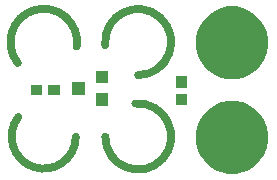
<source format=gts>
%TF.GenerationSoftware,KiCad,Pcbnew,5.0.0-fee4fd1~66~ubuntu16.04.1*%
%TF.CreationDate,2018-09-15T14:44:57-07:00*%
%TF.ProjectId,2x3-Dark-Detector,3278332D4461726B2D4465746563746F,1.0*%
%TF.SameCoordinates,Original*%
%TF.FileFunction,Soldermask,Top*%
%TF.FilePolarity,Negative*%
%FSLAX46Y46*%
G04 Gerber Fmt 4.6, Leading zero omitted, Abs format (unit mm)*
G04 Created by KiCad (PCBNEW 5.0.0-fee4fd1~66~ubuntu16.04.1) date Sat Sep 15 14:44:57 2018*
%MOMM*%
%LPD*%
G01*
G04 APERTURE LIST*
%ADD10C,0.700000*%
%ADD11C,0.350000*%
G04 APERTURE END LIST*
D10*
X90347919Y-36576000D02*
G75*
G02X85471000Y-34925000I-2717919J0D01*
G01*
X85428061Y-30336551D02*
G75*
G02X90424000Y-28956000I2201939J1761551D01*
G01*
X92837000Y-28829000D02*
G75*
G02X95619501Y-31369773I2782501J253227D01*
G01*
X95377773Y-33793499D02*
G75*
G02X92837000Y-36576000I253227J-2782501D01*
G01*
D11*
G36*
X104463796Y-33681517D02*
X105023625Y-33913406D01*
X105023627Y-33913407D01*
X105117603Y-33976200D01*
X105527464Y-34250061D01*
X105955939Y-34678536D01*
X106292594Y-35182375D01*
X106524483Y-35742204D01*
X106642700Y-36336521D01*
X106642700Y-36942479D01*
X106524483Y-37536796D01*
X106292594Y-38096625D01*
X106292593Y-38096627D01*
X105955940Y-38600463D01*
X105527463Y-39028940D01*
X105023627Y-39365593D01*
X105023626Y-39365594D01*
X105023625Y-39365594D01*
X104463796Y-39597483D01*
X103869479Y-39715700D01*
X103263521Y-39715700D01*
X102669204Y-39597483D01*
X102109375Y-39365594D01*
X102109374Y-39365594D01*
X102109373Y-39365593D01*
X101605537Y-39028940D01*
X101177060Y-38600463D01*
X100840407Y-38096627D01*
X100840406Y-38096625D01*
X100608517Y-37536796D01*
X100490300Y-36942479D01*
X100490300Y-36336521D01*
X100608517Y-35742204D01*
X100840406Y-35182375D01*
X101177061Y-34678536D01*
X101605536Y-34250061D01*
X102015397Y-33976200D01*
X102109373Y-33913407D01*
X102109375Y-33913406D01*
X102669204Y-33681517D01*
X103263521Y-33563300D01*
X103869479Y-33563300D01*
X104463796Y-33681517D01*
X104463796Y-33681517D01*
G37*
G36*
X93093960Y-33976200D02*
X92041560Y-33976200D01*
X92041560Y-32923800D01*
X93093960Y-32923800D01*
X93093960Y-33976200D01*
X93093960Y-33976200D01*
G37*
G36*
X99765200Y-33928700D02*
X98862800Y-33928700D01*
X98862800Y-32976300D01*
X99765200Y-32976300D01*
X99765200Y-33928700D01*
X99765200Y-33928700D01*
G37*
G36*
X88971200Y-33090200D02*
X88018800Y-33090200D01*
X88018800Y-32187800D01*
X88971200Y-32187800D01*
X88971200Y-33090200D01*
X88971200Y-33090200D01*
G37*
G36*
X87471200Y-33090200D02*
X86518800Y-33090200D01*
X86518800Y-32187800D01*
X87471200Y-32187800D01*
X87471200Y-33090200D01*
X87471200Y-33090200D01*
G37*
G36*
X91094980Y-33026200D02*
X90042580Y-33026200D01*
X90042580Y-31973800D01*
X91094980Y-31973800D01*
X91094980Y-33026200D01*
X91094980Y-33026200D01*
G37*
G36*
X99765200Y-32428700D02*
X98862800Y-32428700D01*
X98862800Y-31476300D01*
X99765200Y-31476300D01*
X99765200Y-32428700D01*
X99765200Y-32428700D01*
G37*
G36*
X93093960Y-32076200D02*
X92041560Y-32076200D01*
X92041560Y-31023800D01*
X93093960Y-31023800D01*
X93093960Y-32076200D01*
X93093960Y-32076200D01*
G37*
G36*
X104463796Y-25681517D02*
X105023625Y-25913406D01*
X105023627Y-25913407D01*
X105527463Y-26250060D01*
X105955939Y-26678536D01*
X106292594Y-27182375D01*
X106524483Y-27742204D01*
X106642700Y-28336521D01*
X106642700Y-28942479D01*
X106524483Y-29536796D01*
X106292594Y-30096625D01*
X106292593Y-30096627D01*
X105955940Y-30600463D01*
X105527463Y-31028940D01*
X105023627Y-31365593D01*
X105023626Y-31365594D01*
X105023625Y-31365594D01*
X104463796Y-31597483D01*
X103869479Y-31715700D01*
X103263521Y-31715700D01*
X102669204Y-31597483D01*
X102109375Y-31365594D01*
X102109374Y-31365594D01*
X102109373Y-31365593D01*
X101605537Y-31028940D01*
X101177060Y-30600463D01*
X100840407Y-30096627D01*
X100840406Y-30096625D01*
X100608517Y-29536796D01*
X100490300Y-28942479D01*
X100490300Y-28336521D01*
X100608517Y-27742204D01*
X100840406Y-27182375D01*
X101177061Y-26678536D01*
X101605537Y-26250060D01*
X102109373Y-25913407D01*
X102109375Y-25913406D01*
X102669204Y-25681517D01*
X103263521Y-25563300D01*
X103869479Y-25563300D01*
X104463796Y-25681517D01*
X104463796Y-25681517D01*
G37*
M02*

</source>
